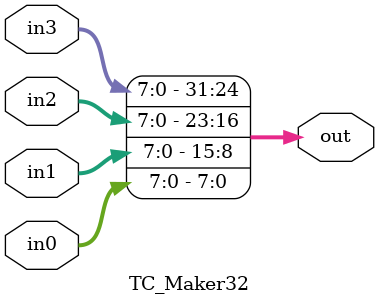
<source format=v>
module TC_Maker32 (in0, in1, in2, in3, out);
    parameter UUID = 0;
    parameter NAME = "";
    input [7:0] in0;
    input [7:0] in1;
    input [7:0] in2;
    input [7:0] in3;
    output [31:0] out;
    
    assign out = {in3, in2, in1, in0};
endmodule


</source>
